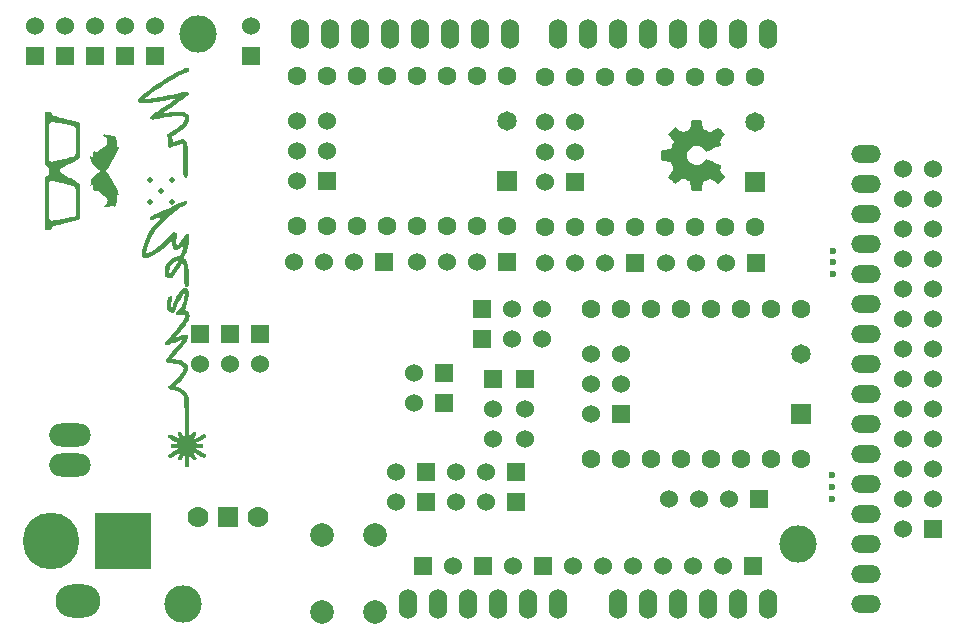
<source format=gbs>
G04 (created by PCBNEW (2014-01-10 BZR 4027)-stable) date Thursday, 14 August 2014 18:29:29*
%MOIN*%
G04 Gerber Fmt 3.4, Leading zero omitted, Abs format*
%FSLAX34Y34*%
G01*
G70*
G90*
G04 APERTURE LIST*
%ADD10C,0.00590551*%
%ADD11C,0.0001*%
%ADD12C,0.189*%
%ADD13R,0.189X0.189*%
%ADD14O,0.14963X0.11026*%
%ADD15O,0.1X0.0590551*%
%ADD16C,0.019685*%
%ADD17R,0.06X0.06*%
%ADD18C,0.06*%
%ADD19R,0.065X0.065*%
%ADD20C,0.065*%
%ADD21O,0.138385X0.0767717*%
%ADD22O,0.06X0.1*%
%ADD23C,0.125*%
%ADD24C,0.0787*%
%ADD25C,0.0629921*%
%ADD26C,0.07*%
%ADD27R,0.07X0.07*%
%ADD28C,0.023622*%
G04 APERTURE END LIST*
G54D10*
G54D11*
G36*
X69628Y-72461D02*
X69650Y-72460D01*
X69666Y-72455D01*
X69678Y-72443D01*
X69687Y-72423D01*
X69693Y-72391D01*
X69697Y-72346D01*
X69699Y-72284D01*
X69701Y-72226D01*
X69706Y-72027D01*
X69746Y-72098D01*
X69780Y-72153D01*
X69807Y-72191D01*
X69830Y-72215D01*
X69852Y-72227D01*
X69867Y-72229D01*
X69895Y-72220D01*
X69921Y-72199D01*
X69937Y-72172D01*
X69940Y-72158D01*
X69935Y-72142D01*
X69922Y-72114D01*
X69902Y-72077D01*
X69887Y-72050D01*
X69865Y-72011D01*
X69848Y-71980D01*
X69839Y-71960D01*
X69837Y-71954D01*
X69847Y-71958D01*
X69872Y-71971D01*
X69909Y-71990D01*
X69955Y-72016D01*
X70002Y-72043D01*
X70056Y-72073D01*
X70105Y-72099D01*
X70145Y-72119D01*
X70174Y-72132D01*
X70187Y-72135D01*
X70213Y-72127D01*
X70239Y-72108D01*
X70257Y-72083D01*
X70262Y-72065D01*
X70255Y-72041D01*
X70244Y-72023D01*
X70229Y-72011D01*
X70200Y-71991D01*
X70158Y-71965D01*
X70109Y-71936D01*
X70059Y-71907D01*
X69893Y-71814D01*
X70009Y-71814D01*
X70072Y-71812D01*
X70117Y-71807D01*
X70147Y-71797D01*
X70164Y-71781D01*
X70171Y-71758D01*
X70172Y-71742D01*
X70169Y-71716D01*
X70160Y-71697D01*
X70140Y-71683D01*
X70108Y-71675D01*
X70059Y-71670D01*
X70021Y-71668D01*
X69905Y-71663D01*
X70055Y-71576D01*
X70107Y-71545D01*
X70154Y-71517D01*
X70192Y-71492D01*
X70219Y-71475D01*
X70228Y-71468D01*
X70247Y-71439D01*
X70250Y-71407D01*
X70239Y-71377D01*
X70215Y-71355D01*
X70183Y-71346D01*
X70165Y-71352D01*
X70133Y-71366D01*
X70090Y-71388D01*
X70040Y-71415D01*
X70007Y-71435D01*
X69956Y-71465D01*
X69910Y-71491D01*
X69874Y-71512D01*
X69849Y-71525D01*
X69841Y-71529D01*
X69839Y-71524D01*
X69847Y-71504D01*
X69863Y-71472D01*
X69878Y-71444D01*
X69907Y-71390D01*
X69923Y-71348D01*
X69927Y-71317D01*
X69918Y-71292D01*
X69898Y-71271D01*
X69897Y-71271D01*
X69870Y-71257D01*
X69846Y-71257D01*
X69821Y-71272D01*
X69793Y-71305D01*
X69761Y-71355D01*
X69758Y-71359D01*
X69736Y-71398D01*
X69717Y-71429D01*
X69704Y-71450D01*
X69700Y-71455D01*
X69699Y-71446D01*
X69698Y-71418D01*
X69696Y-71372D01*
X69695Y-71311D01*
X69693Y-71237D01*
X69692Y-71150D01*
X69691Y-71052D01*
X69689Y-70946D01*
X69688Y-70833D01*
X69688Y-70804D01*
X69687Y-70670D01*
X69686Y-70556D01*
X69685Y-70459D01*
X69684Y-70378D01*
X69682Y-70311D01*
X69681Y-70256D01*
X69679Y-70212D01*
X69677Y-70177D01*
X69675Y-70150D01*
X69673Y-70128D01*
X69669Y-70110D01*
X69666Y-70095D01*
X69661Y-70080D01*
X69660Y-70077D01*
X69626Y-70004D01*
X69574Y-69937D01*
X69503Y-69876D01*
X69416Y-69824D01*
X69318Y-69782D01*
X69281Y-69768D01*
X69252Y-69757D01*
X69236Y-69751D01*
X69235Y-69750D01*
X69241Y-69743D01*
X69259Y-69723D01*
X69287Y-69695D01*
X69324Y-69659D01*
X69343Y-69640D01*
X69443Y-69540D01*
X69523Y-69446D01*
X69585Y-69359D01*
X69627Y-69279D01*
X69650Y-69204D01*
X69655Y-69135D01*
X69642Y-69071D01*
X69615Y-69019D01*
X69569Y-68968D01*
X69503Y-68925D01*
X69419Y-68891D01*
X69316Y-68865D01*
X69226Y-68851D01*
X69120Y-68838D01*
X69282Y-68651D01*
X69362Y-68558D01*
X69429Y-68478D01*
X69485Y-68412D01*
X69531Y-68356D01*
X69567Y-68309D01*
X69597Y-68269D01*
X69619Y-68236D01*
X69633Y-68215D01*
X69660Y-68160D01*
X69670Y-68114D01*
X69662Y-68077D01*
X69644Y-68054D01*
X69629Y-68042D01*
X69612Y-68035D01*
X69588Y-68033D01*
X69549Y-68034D01*
X69543Y-68035D01*
X69499Y-68040D01*
X69454Y-68050D01*
X69401Y-68067D01*
X69351Y-68086D01*
X69307Y-68103D01*
X69272Y-68116D01*
X69249Y-68122D01*
X69241Y-68122D01*
X69241Y-68122D01*
X69251Y-68110D01*
X69271Y-68086D01*
X69298Y-68054D01*
X69322Y-68028D01*
X69419Y-67914D01*
X69502Y-67808D01*
X69573Y-67709D01*
X69630Y-67619D01*
X69672Y-67538D01*
X69700Y-67468D01*
X69711Y-67409D01*
X69712Y-67398D01*
X69703Y-67338D01*
X69676Y-67289D01*
X69634Y-67253D01*
X69579Y-67230D01*
X69553Y-67222D01*
X69539Y-67215D01*
X69537Y-67212D01*
X69543Y-67201D01*
X69555Y-67176D01*
X69573Y-67141D01*
X69584Y-67117D01*
X69636Y-66992D01*
X69669Y-66863D01*
X69683Y-66727D01*
X69684Y-66698D01*
X69683Y-66628D01*
X69678Y-66575D01*
X69668Y-66536D01*
X69650Y-66508D01*
X69626Y-66488D01*
X69610Y-66479D01*
X69565Y-66469D01*
X69517Y-66479D01*
X69468Y-66509D01*
X69415Y-66560D01*
X69361Y-66632D01*
X69304Y-66724D01*
X69252Y-66823D01*
X69225Y-66880D01*
X69196Y-66944D01*
X69169Y-67004D01*
X69156Y-67038D01*
X69139Y-67080D01*
X69124Y-67113D01*
X69114Y-67134D01*
X69109Y-67139D01*
X69098Y-67130D01*
X69092Y-67105D01*
X69092Y-67067D01*
X69095Y-67021D01*
X69103Y-66971D01*
X69115Y-66920D01*
X69121Y-66897D01*
X69134Y-66846D01*
X69137Y-66809D01*
X69127Y-66782D01*
X69107Y-66762D01*
X69074Y-66748D01*
X69043Y-66753D01*
X69015Y-66778D01*
X69004Y-66797D01*
X68980Y-66861D01*
X68962Y-66937D01*
X68951Y-67017D01*
X68949Y-67067D01*
X68950Y-67114D01*
X68954Y-67148D01*
X68963Y-67176D01*
X68975Y-67201D01*
X69014Y-67252D01*
X69065Y-67286D01*
X69118Y-67301D01*
X69149Y-67305D01*
X69175Y-67301D01*
X69196Y-67290D01*
X69215Y-67267D01*
X69234Y-67230D01*
X69256Y-67176D01*
X69266Y-67150D01*
X69297Y-67073D01*
X69333Y-66993D01*
X69371Y-66912D01*
X69409Y-66836D01*
X69446Y-66769D01*
X69479Y-66714D01*
X69496Y-66691D01*
X69540Y-66631D01*
X69543Y-66687D01*
X69542Y-66731D01*
X69535Y-66789D01*
X69523Y-66853D01*
X69507Y-66918D01*
X69490Y-66977D01*
X69483Y-66997D01*
X69447Y-67073D01*
X69398Y-67145D01*
X69343Y-67206D01*
X69314Y-67231D01*
X69273Y-67266D01*
X69252Y-67296D01*
X69247Y-67325D01*
X69254Y-67347D01*
X69279Y-67372D01*
X69316Y-67383D01*
X69361Y-67378D01*
X69402Y-67372D01*
X69447Y-67368D01*
X69490Y-67368D01*
X69528Y-67371D01*
X69553Y-67377D01*
X69562Y-67383D01*
X69564Y-67415D01*
X69551Y-67460D01*
X69524Y-67517D01*
X69483Y-67585D01*
X69428Y-67664D01*
X69362Y-67752D01*
X69283Y-67850D01*
X69192Y-67955D01*
X69092Y-68068D01*
X68991Y-68178D01*
X68950Y-68222D01*
X68922Y-68254D01*
X68905Y-68277D01*
X68895Y-68296D01*
X68892Y-68312D01*
X68892Y-68317D01*
X68900Y-68353D01*
X68924Y-68377D01*
X68957Y-68386D01*
X68978Y-68382D01*
X69016Y-68371D01*
X69067Y-68354D01*
X69128Y-68331D01*
X69198Y-68304D01*
X69274Y-68274D01*
X69346Y-68244D01*
X69390Y-68227D01*
X69426Y-68213D01*
X69451Y-68205D01*
X69460Y-68204D01*
X69461Y-68207D01*
X69458Y-68214D01*
X69450Y-68225D01*
X69437Y-68242D01*
X69417Y-68267D01*
X69388Y-68301D01*
X69350Y-68346D01*
X69302Y-68403D01*
X69242Y-68473D01*
X69197Y-68526D01*
X69124Y-68612D01*
X69064Y-68684D01*
X69016Y-68743D01*
X68978Y-68792D01*
X68951Y-68832D01*
X68933Y-68864D01*
X68924Y-68890D01*
X68921Y-68912D01*
X68925Y-68930D01*
X68934Y-68948D01*
X68942Y-68958D01*
X68951Y-68967D01*
X68963Y-68974D01*
X68981Y-68980D01*
X69009Y-68983D01*
X69051Y-68987D01*
X69110Y-68990D01*
X69111Y-68990D01*
X69226Y-69000D01*
X69322Y-69016D01*
X69398Y-69037D01*
X69455Y-69065D01*
X69494Y-69098D01*
X69504Y-69114D01*
X69511Y-69148D01*
X69503Y-69194D01*
X69481Y-69248D01*
X69464Y-69280D01*
X69438Y-69318D01*
X69400Y-69366D01*
X69352Y-69420D01*
X69297Y-69479D01*
X69239Y-69538D01*
X69180Y-69594D01*
X69124Y-69644D01*
X69098Y-69666D01*
X69052Y-69705D01*
X69021Y-69736D01*
X69004Y-69762D01*
X69000Y-69785D01*
X69005Y-69810D01*
X69005Y-69812D01*
X69011Y-69824D01*
X69021Y-69834D01*
X69037Y-69843D01*
X69064Y-69854D01*
X69103Y-69866D01*
X69158Y-69883D01*
X69170Y-69886D01*
X69274Y-69920D01*
X69358Y-69956D01*
X69423Y-69994D01*
X69472Y-70038D01*
X69506Y-70086D01*
X69511Y-70095D01*
X69536Y-70152D01*
X69541Y-70809D01*
X69547Y-71466D01*
X69496Y-71381D01*
X69467Y-71333D01*
X69446Y-71300D01*
X69430Y-71280D01*
X69416Y-71269D01*
X69402Y-71264D01*
X69386Y-71263D01*
X69353Y-71267D01*
X69332Y-71281D01*
X69318Y-71302D01*
X69311Y-71328D01*
X69316Y-71357D01*
X69335Y-71395D01*
X69342Y-71409D01*
X69371Y-71456D01*
X69393Y-71495D01*
X69409Y-71524D01*
X69415Y-71539D01*
X69414Y-71541D01*
X69336Y-71496D01*
X69263Y-71455D01*
X69198Y-71420D01*
X69143Y-71391D01*
X69100Y-71371D01*
X69070Y-71359D01*
X69060Y-71357D01*
X69026Y-71366D01*
X69001Y-71393D01*
X68992Y-71411D01*
X68989Y-71429D01*
X68994Y-71447D01*
X69009Y-71466D01*
X69035Y-71487D01*
X69075Y-71514D01*
X69130Y-71548D01*
X69171Y-71571D01*
X69228Y-71603D01*
X69273Y-71631D01*
X69305Y-71652D01*
X69322Y-71666D01*
X69324Y-71671D01*
X69308Y-71674D01*
X69278Y-71677D01*
X69237Y-71678D01*
X69212Y-71678D01*
X69163Y-71679D01*
X69131Y-71682D01*
X69111Y-71687D01*
X69099Y-71695D01*
X69097Y-71697D01*
X69080Y-71725D01*
X69078Y-71758D01*
X69082Y-71773D01*
X69092Y-71794D01*
X69113Y-71809D01*
X69147Y-71819D01*
X69196Y-71823D01*
X69242Y-71824D01*
X69343Y-71824D01*
X69182Y-71919D01*
X69129Y-71950D01*
X69083Y-71979D01*
X69045Y-72003D01*
X69019Y-72021D01*
X69009Y-72030D01*
X68996Y-72061D01*
X69001Y-72094D01*
X69021Y-72123D01*
X69023Y-72124D01*
X69047Y-72139D01*
X69066Y-72146D01*
X69067Y-72146D01*
X69079Y-72141D01*
X69107Y-72127D01*
X69144Y-72107D01*
X69190Y-72082D01*
X69239Y-72055D01*
X69290Y-72026D01*
X69336Y-71998D01*
X69377Y-71974D01*
X69398Y-71960D01*
X69423Y-71945D01*
X69401Y-71988D01*
X69383Y-72022D01*
X69360Y-72062D01*
X69348Y-72084D01*
X69326Y-72127D01*
X69318Y-72161D01*
X69324Y-72190D01*
X69333Y-72206D01*
X69356Y-72223D01*
X69388Y-72229D01*
X69420Y-72223D01*
X69435Y-72213D01*
X69447Y-72197D01*
X69466Y-72168D01*
X69488Y-72130D01*
X69501Y-72108D01*
X69550Y-72019D01*
X69556Y-72223D01*
X69558Y-72299D01*
X69561Y-72357D01*
X69565Y-72399D01*
X69571Y-72428D01*
X69580Y-72447D01*
X69593Y-72457D01*
X69611Y-72460D01*
X69628Y-72461D01*
X69628Y-72461D01*
X69628Y-72461D01*
G37*
G36*
X69582Y-62798D02*
X69614Y-62786D01*
X69624Y-62777D01*
X69629Y-62771D01*
X69632Y-62763D01*
X69635Y-62752D01*
X69638Y-62736D01*
X69640Y-62712D01*
X69641Y-62679D01*
X69642Y-62636D01*
X69643Y-62581D01*
X69644Y-62511D01*
X69644Y-62425D01*
X69644Y-62322D01*
X69644Y-62223D01*
X69644Y-62099D01*
X69644Y-61993D01*
X69643Y-61904D01*
X69642Y-61831D01*
X69640Y-61771D01*
X69638Y-61724D01*
X69634Y-61686D01*
X69629Y-61657D01*
X69623Y-61634D01*
X69616Y-61616D01*
X69606Y-61602D01*
X69595Y-61588D01*
X69583Y-61575D01*
X69539Y-61542D01*
X69489Y-61527D01*
X69448Y-61528D01*
X69403Y-61538D01*
X69346Y-61553D01*
X69286Y-61572D01*
X69229Y-61593D01*
X69215Y-61598D01*
X69151Y-61623D01*
X69150Y-61585D01*
X69148Y-61553D01*
X69141Y-61512D01*
X69136Y-61488D01*
X69122Y-61428D01*
X69217Y-61369D01*
X69345Y-61283D01*
X69454Y-61201D01*
X69542Y-61122D01*
X69609Y-61046D01*
X69657Y-60975D01*
X69664Y-60961D01*
X69682Y-60918D01*
X69692Y-60882D01*
X69695Y-60841D01*
X69696Y-60815D01*
X69695Y-60770D01*
X69690Y-60740D01*
X69681Y-60717D01*
X69672Y-60704D01*
X69637Y-60670D01*
X69585Y-60641D01*
X69521Y-60621D01*
X69504Y-60617D01*
X69441Y-60610D01*
X69361Y-60606D01*
X69269Y-60608D01*
X69168Y-60614D01*
X69064Y-60624D01*
X68958Y-60638D01*
X68866Y-60653D01*
X68829Y-60660D01*
X68810Y-60662D01*
X68805Y-60660D01*
X68813Y-60654D01*
X68819Y-60650D01*
X68871Y-60615D01*
X68932Y-60573D01*
X69000Y-60526D01*
X69073Y-60475D01*
X69148Y-60420D01*
X69226Y-60365D01*
X69304Y-60310D01*
X69378Y-60255D01*
X69449Y-60204D01*
X69513Y-60156D01*
X69569Y-60114D01*
X69615Y-60079D01*
X69649Y-60052D01*
X69669Y-60035D01*
X69674Y-60030D01*
X69679Y-59993D01*
X69667Y-59961D01*
X69642Y-59939D01*
X69610Y-59932D01*
X69591Y-59934D01*
X69556Y-59940D01*
X69508Y-59950D01*
X69450Y-59962D01*
X69387Y-59976D01*
X69379Y-59978D01*
X69256Y-60005D01*
X69130Y-60032D01*
X69006Y-60057D01*
X68881Y-60081D01*
X68761Y-60104D01*
X68647Y-60124D01*
X68541Y-60142D01*
X68446Y-60157D01*
X68364Y-60169D01*
X68296Y-60177D01*
X68246Y-60181D01*
X68232Y-60181D01*
X68180Y-60181D01*
X68206Y-60160D01*
X68285Y-60099D01*
X68378Y-60031D01*
X68480Y-59959D01*
X68591Y-59884D01*
X68708Y-59807D01*
X68828Y-59730D01*
X68948Y-59654D01*
X69068Y-59581D01*
X69182Y-59512D01*
X69291Y-59449D01*
X69391Y-59394D01*
X69480Y-59348D01*
X69555Y-59311D01*
X69574Y-59303D01*
X69615Y-59285D01*
X69651Y-59267D01*
X69676Y-59253D01*
X69683Y-59248D01*
X69698Y-59223D01*
X69699Y-59190D01*
X69686Y-59159D01*
X69679Y-59152D01*
X69660Y-59138D01*
X69635Y-59134D01*
X69602Y-59139D01*
X69558Y-59153D01*
X69501Y-59177D01*
X69448Y-59203D01*
X69347Y-59255D01*
X69238Y-59314D01*
X69121Y-59380D01*
X69002Y-59451D01*
X68880Y-59525D01*
X68757Y-59601D01*
X68637Y-59678D01*
X68522Y-59755D01*
X68413Y-59829D01*
X68314Y-59899D01*
X68225Y-59965D01*
X68150Y-60023D01*
X68091Y-60075D01*
X68078Y-60087D01*
X68032Y-60134D01*
X68002Y-60173D01*
X67987Y-60206D01*
X67984Y-60238D01*
X67985Y-60245D01*
X67996Y-60273D01*
X68018Y-60295D01*
X68051Y-60312D01*
X68098Y-60322D01*
X68158Y-60327D01*
X68234Y-60326D01*
X68325Y-60319D01*
X68434Y-60306D01*
X68560Y-60288D01*
X68679Y-60269D01*
X68760Y-60255D01*
X68850Y-60238D01*
X68941Y-60221D01*
X69025Y-60205D01*
X69083Y-60192D01*
X69148Y-60179D01*
X69195Y-60169D01*
X69227Y-60164D01*
X69245Y-60162D01*
X69251Y-60164D01*
X69249Y-60169D01*
X69244Y-60172D01*
X69220Y-60190D01*
X69182Y-60218D01*
X69133Y-60254D01*
X69074Y-60295D01*
X69008Y-60341D01*
X68938Y-60390D01*
X68867Y-60439D01*
X68797Y-60486D01*
X68732Y-60531D01*
X68672Y-60570D01*
X68623Y-60603D01*
X68585Y-60628D01*
X68580Y-60630D01*
X68532Y-60661D01*
X68488Y-60690D01*
X68453Y-60715D01*
X68430Y-60733D01*
X68425Y-60737D01*
X68405Y-60769D01*
X68401Y-60806D01*
X68414Y-60840D01*
X68419Y-60845D01*
X68432Y-60856D01*
X68450Y-60863D01*
X68476Y-60865D01*
X68511Y-60864D01*
X68559Y-60858D01*
X68621Y-60848D01*
X68700Y-60834D01*
X68744Y-60825D01*
X68818Y-60811D01*
X68894Y-60797D01*
X68966Y-60785D01*
X69029Y-60774D01*
X69075Y-60768D01*
X69140Y-60761D01*
X69214Y-60756D01*
X69288Y-60754D01*
X69360Y-60754D01*
X69424Y-60756D01*
X69476Y-60761D01*
X69504Y-60766D01*
X69533Y-60775D01*
X69547Y-60786D01*
X69553Y-60804D01*
X69554Y-60813D01*
X69548Y-60863D01*
X69523Y-60917D01*
X69479Y-60977D01*
X69417Y-61041D01*
X69337Y-61109D01*
X69239Y-61180D01*
X69124Y-61255D01*
X69082Y-61280D01*
X69026Y-61314D01*
X68987Y-61341D01*
X68963Y-61363D01*
X68952Y-61385D01*
X68953Y-61407D01*
X68962Y-61434D01*
X68972Y-61452D01*
X68984Y-61476D01*
X68992Y-61496D01*
X68997Y-61519D01*
X68999Y-61549D01*
X69000Y-61590D01*
X68999Y-61635D01*
X68999Y-61696D01*
X69001Y-61742D01*
X69009Y-61774D01*
X69025Y-61793D01*
X69049Y-61800D01*
X69085Y-61796D01*
X69135Y-61781D01*
X69201Y-61758D01*
X69240Y-61743D01*
X69305Y-61720D01*
X69363Y-61701D01*
X69408Y-61689D01*
X69439Y-61683D01*
X69441Y-61683D01*
X69470Y-61683D01*
X69484Y-61689D01*
X69492Y-61705D01*
X69495Y-61724D01*
X69497Y-61742D01*
X69498Y-61779D01*
X69499Y-61833D01*
X69501Y-61900D01*
X69501Y-61979D01*
X69502Y-62068D01*
X69502Y-62165D01*
X69502Y-62261D01*
X69502Y-62376D01*
X69502Y-62472D01*
X69502Y-62550D01*
X69502Y-62613D01*
X69503Y-62663D01*
X69504Y-62701D01*
X69506Y-62729D01*
X69508Y-62748D01*
X69511Y-62762D01*
X69514Y-62771D01*
X69518Y-62777D01*
X69519Y-62778D01*
X69547Y-62795D01*
X69582Y-62798D01*
X69582Y-62798D01*
X69582Y-62798D01*
G37*
G36*
X69587Y-66441D02*
X69621Y-66441D01*
X69652Y-66423D01*
X69660Y-66415D01*
X69666Y-66406D01*
X69672Y-66397D01*
X69675Y-66384D01*
X69678Y-66366D01*
X69679Y-66340D01*
X69680Y-66304D01*
X69680Y-66254D01*
X69679Y-66190D01*
X69677Y-66107D01*
X69677Y-66085D01*
X69675Y-65981D01*
X69672Y-65896D01*
X69668Y-65826D01*
X69663Y-65769D01*
X69656Y-65721D01*
X69648Y-65680D01*
X69637Y-65643D01*
X69623Y-65608D01*
X69618Y-65595D01*
X69598Y-65557D01*
X69574Y-65518D01*
X69565Y-65507D01*
X69533Y-65467D01*
X69561Y-65394D01*
X69606Y-65265D01*
X69643Y-65131D01*
X69673Y-64997D01*
X69692Y-64872D01*
X69698Y-64807D01*
X69700Y-64762D01*
X69700Y-64732D01*
X69697Y-64713D01*
X69690Y-64700D01*
X69682Y-64691D01*
X69655Y-64674D01*
X69622Y-64668D01*
X69594Y-64675D01*
X69591Y-64676D01*
X69582Y-64687D01*
X69563Y-64712D01*
X69538Y-64748D01*
X69508Y-64791D01*
X69496Y-64809D01*
X69459Y-64861D01*
X69421Y-64913D01*
X69383Y-64961D01*
X69348Y-65003D01*
X69319Y-65036D01*
X69297Y-65057D01*
X69286Y-65063D01*
X69278Y-65053D01*
X69273Y-65026D01*
X69270Y-64985D01*
X69269Y-64932D01*
X69270Y-64873D01*
X69274Y-64808D01*
X69275Y-64798D01*
X69279Y-64742D01*
X69281Y-64703D01*
X69281Y-64677D01*
X69278Y-64659D01*
X69273Y-64646D01*
X69266Y-64637D01*
X69237Y-64614D01*
X69213Y-64608D01*
X69195Y-64608D01*
X69178Y-64614D01*
X69158Y-64629D01*
X69130Y-64655D01*
X69116Y-64670D01*
X69061Y-64726D01*
X68998Y-64788D01*
X68931Y-64853D01*
X68861Y-64920D01*
X68793Y-64983D01*
X68729Y-65041D01*
X68673Y-65092D01*
X68627Y-65130D01*
X68618Y-65138D01*
X68519Y-65210D01*
X68412Y-65271D01*
X68389Y-65283D01*
X68264Y-65345D01*
X68260Y-65308D01*
X68262Y-65265D01*
X68272Y-65208D01*
X68290Y-65140D01*
X68314Y-65065D01*
X68343Y-64985D01*
X68376Y-64906D01*
X68412Y-64829D01*
X68421Y-64811D01*
X68516Y-64649D01*
X68630Y-64490D01*
X68761Y-64335D01*
X68909Y-64186D01*
X69072Y-64046D01*
X69247Y-63914D01*
X69435Y-63793D01*
X69512Y-63749D01*
X69564Y-63718D01*
X69599Y-63693D01*
X69620Y-63671D01*
X69628Y-63650D01*
X69626Y-63625D01*
X69622Y-63610D01*
X69610Y-63586D01*
X69592Y-63574D01*
X69565Y-63572D01*
X69528Y-63581D01*
X69477Y-63601D01*
X69444Y-63616D01*
X69298Y-63685D01*
X69168Y-63746D01*
X69055Y-63799D01*
X68955Y-63846D01*
X68866Y-63887D01*
X68788Y-63922D01*
X68718Y-63954D01*
X68654Y-63982D01*
X68603Y-64004D01*
X68543Y-64031D01*
X68489Y-64055D01*
X68445Y-64076D01*
X68413Y-64093D01*
X68397Y-64103D01*
X68396Y-64105D01*
X68384Y-64135D01*
X68386Y-64167D01*
X68401Y-64197D01*
X68425Y-64217D01*
X68446Y-64222D01*
X68463Y-64217D01*
X68496Y-64206D01*
X68543Y-64187D01*
X68601Y-64164D01*
X68668Y-64135D01*
X68742Y-64103D01*
X68793Y-64080D01*
X68790Y-64086D01*
X68775Y-64103D01*
X68750Y-64131D01*
X68718Y-64165D01*
X68706Y-64177D01*
X68560Y-64341D01*
X68434Y-64507D01*
X68328Y-64676D01*
X68241Y-64849D01*
X68174Y-65027D01*
X68140Y-65145D01*
X68121Y-65239D01*
X68113Y-65316D01*
X68119Y-65379D01*
X68137Y-65427D01*
X68168Y-65462D01*
X68177Y-65468D01*
X68206Y-65482D01*
X68239Y-65487D01*
X68278Y-65483D01*
X68326Y-65469D01*
X68385Y-65444D01*
X68443Y-65417D01*
X68508Y-65383D01*
X68568Y-65349D01*
X68626Y-65313D01*
X68684Y-65271D01*
X68745Y-65223D01*
X68811Y-65166D01*
X68886Y-65098D01*
X68972Y-65017D01*
X68987Y-65002D01*
X69117Y-64877D01*
X69122Y-64963D01*
X69132Y-65046D01*
X69147Y-65112D01*
X69169Y-65160D01*
X69199Y-65193D01*
X69237Y-65211D01*
X69250Y-65214D01*
X69292Y-65213D01*
X69341Y-65194D01*
X69392Y-65162D01*
X69442Y-65117D01*
X69454Y-65104D01*
X69479Y-65076D01*
X69500Y-65055D01*
X69511Y-65047D01*
X69512Y-65047D01*
X69511Y-65059D01*
X69506Y-65086D01*
X69495Y-65125D01*
X69483Y-65171D01*
X69468Y-65221D01*
X69452Y-65270D01*
X69437Y-65313D01*
X69430Y-65332D01*
X69399Y-65413D01*
X69335Y-65424D01*
X69229Y-65451D01*
X69134Y-65496D01*
X69054Y-65556D01*
X68987Y-65631D01*
X68933Y-65720D01*
X68896Y-65822D01*
X68886Y-65864D01*
X68875Y-65945D01*
X68880Y-66017D01*
X68899Y-66078D01*
X68933Y-66125D01*
X68939Y-66131D01*
X68983Y-66158D01*
X69030Y-66164D01*
X69079Y-66150D01*
X69107Y-66133D01*
X69143Y-66100D01*
X69187Y-66052D01*
X69219Y-66012D01*
X69030Y-66012D01*
X69023Y-65981D01*
X69021Y-65942D01*
X69028Y-65891D01*
X69042Y-65836D01*
X69063Y-65783D01*
X69103Y-65717D01*
X69159Y-65659D01*
X69226Y-65611D01*
X69300Y-65579D01*
X69305Y-65577D01*
X69316Y-65575D01*
X69321Y-65578D01*
X69318Y-65590D01*
X69306Y-65614D01*
X69286Y-65651D01*
X69258Y-65700D01*
X69225Y-65755D01*
X69192Y-65806D01*
X69186Y-65815D01*
X69154Y-65861D01*
X69120Y-65907D01*
X69088Y-65947D01*
X69080Y-65956D01*
X69030Y-66012D01*
X69219Y-66012D01*
X69235Y-65992D01*
X69286Y-65924D01*
X69335Y-65850D01*
X69382Y-65776D01*
X69423Y-65701D01*
X69431Y-65686D01*
X69449Y-65652D01*
X69460Y-65634D01*
X69469Y-65630D01*
X69476Y-65636D01*
X69478Y-65638D01*
X69492Y-65662D01*
X69502Y-65694D01*
X69512Y-65737D01*
X69519Y-65793D01*
X69524Y-65862D01*
X69528Y-65948D01*
X69531Y-66052D01*
X69532Y-66105D01*
X69534Y-66192D01*
X69536Y-66261D01*
X69537Y-66314D01*
X69539Y-66353D01*
X69542Y-66381D01*
X69545Y-66400D01*
X69549Y-66413D01*
X69554Y-66421D01*
X69557Y-66424D01*
X69587Y-66441D01*
X69587Y-66441D01*
X69587Y-66441D01*
G37*
G36*
X66870Y-63796D02*
X66920Y-63793D01*
X66978Y-63786D01*
X67037Y-63776D01*
X67091Y-63763D01*
X67133Y-63747D01*
X67151Y-63738D01*
X67173Y-63726D01*
X67180Y-63730D01*
X67181Y-63744D01*
X67186Y-63766D01*
X67200Y-63768D01*
X67218Y-63753D01*
X67239Y-63725D01*
X67258Y-63687D01*
X67271Y-63650D01*
X67279Y-63605D01*
X67283Y-63543D01*
X67283Y-63474D01*
X67282Y-63423D01*
X67283Y-63382D01*
X67287Y-63359D01*
X67289Y-63356D01*
X67308Y-63362D01*
X67324Y-63370D01*
X67340Y-63376D01*
X67347Y-63374D01*
X67347Y-63358D01*
X67338Y-63327D01*
X67320Y-63276D01*
X67310Y-63250D01*
X67284Y-63188D01*
X67247Y-63116D01*
X67206Y-63045D01*
X67190Y-63020D01*
X67150Y-62955D01*
X67108Y-62883D01*
X67073Y-62814D01*
X67058Y-62783D01*
X67023Y-62712D01*
X66989Y-62658D01*
X66965Y-62631D01*
X66939Y-62604D01*
X66924Y-62582D01*
X66922Y-62578D01*
X66932Y-62560D01*
X66955Y-62535D01*
X66965Y-62527D01*
X66994Y-62496D01*
X67024Y-62449D01*
X67056Y-62381D01*
X67063Y-62367D01*
X67092Y-62304D01*
X67127Y-62238D01*
X67160Y-62182D01*
X67173Y-62162D01*
X67260Y-62021D01*
X67323Y-61876D01*
X67326Y-61870D01*
X67341Y-61822D01*
X67348Y-61795D01*
X67345Y-61784D01*
X67333Y-61786D01*
X67324Y-61790D01*
X67300Y-61801D01*
X67289Y-61804D01*
X67285Y-61792D01*
X67282Y-61759D01*
X67282Y-61713D01*
X67283Y-61681D01*
X67281Y-61576D01*
X67266Y-61493D01*
X67237Y-61431D01*
X67213Y-61402D01*
X67181Y-61372D01*
X67181Y-61400D01*
X67175Y-61423D01*
X67160Y-61427D01*
X67150Y-61416D01*
X67132Y-61406D01*
X67094Y-61394D01*
X67044Y-61383D01*
X66988Y-61373D01*
X66932Y-61367D01*
X66883Y-61364D01*
X66881Y-61364D01*
X66838Y-61366D01*
X66817Y-61368D01*
X66816Y-61374D01*
X66824Y-61380D01*
X66893Y-61433D01*
X66941Y-61491D01*
X66967Y-61552D01*
X66971Y-61613D01*
X66952Y-61672D01*
X66920Y-61714D01*
X66894Y-61736D01*
X66851Y-61769D01*
X66798Y-61807D01*
X66740Y-61847D01*
X66729Y-61855D01*
X66661Y-61900D01*
X66612Y-61933D01*
X66579Y-61954D01*
X66558Y-61964D01*
X66548Y-61966D01*
X66546Y-61961D01*
X66548Y-61949D01*
X66551Y-61935D01*
X66553Y-61904D01*
X66544Y-61896D01*
X66525Y-61910D01*
X66511Y-61929D01*
X66497Y-61965D01*
X66487Y-62021D01*
X66482Y-62081D01*
X66475Y-62199D01*
X66440Y-62128D01*
X66405Y-62056D01*
X66405Y-62124D01*
X66416Y-62219D01*
X66452Y-62308D01*
X66513Y-62392D01*
X66539Y-62419D01*
X66588Y-62462D01*
X66642Y-62503D01*
X66690Y-62534D01*
X66694Y-62537D01*
X66770Y-62577D01*
X66694Y-62619D01*
X66647Y-62650D01*
X66593Y-62692D01*
X66544Y-62736D01*
X66539Y-62741D01*
X66470Y-62824D01*
X66426Y-62911D01*
X66407Y-63002D01*
X66405Y-63036D01*
X66406Y-63075D01*
X66408Y-63090D01*
X66414Y-63084D01*
X66422Y-63064D01*
X66440Y-63024D01*
X66459Y-62992D01*
X66470Y-62978D01*
X66476Y-62976D01*
X66480Y-62990D01*
X66481Y-63024D01*
X66482Y-63059D01*
X66488Y-63140D01*
X66504Y-63202D01*
X66508Y-63211D01*
X66528Y-63249D01*
X66543Y-63264D01*
X66552Y-63257D01*
X66552Y-63226D01*
X66551Y-63217D01*
X66546Y-63187D01*
X66549Y-63177D01*
X66562Y-63185D01*
X66567Y-63190D01*
X66588Y-63206D01*
X66625Y-63232D01*
X66672Y-63264D01*
X66715Y-63292D01*
X66802Y-63352D01*
X66869Y-63401D01*
X66917Y-63444D01*
X66950Y-63483D01*
X66967Y-63520D01*
X66973Y-63559D01*
X66970Y-63602D01*
X66969Y-63608D01*
X66949Y-63659D01*
X66912Y-63708D01*
X66866Y-63746D01*
X66845Y-63758D01*
X66821Y-63772D01*
X66813Y-63784D01*
X66813Y-63785D01*
X66832Y-63794D01*
X66870Y-63796D01*
X66870Y-63796D01*
X66870Y-63796D01*
G37*
G36*
X65084Y-64549D02*
X65110Y-64496D01*
X65133Y-64460D01*
X65158Y-64432D01*
X65166Y-64426D01*
X65185Y-64419D01*
X65226Y-64406D01*
X65287Y-64390D01*
X65362Y-64369D01*
X65449Y-64346D01*
X65545Y-64322D01*
X65598Y-64308D01*
X65717Y-64279D01*
X65813Y-64254D01*
X65875Y-64237D01*
X65104Y-64237D01*
X65102Y-64237D01*
X65081Y-64228D01*
X65053Y-64207D01*
X65045Y-64199D01*
X65007Y-64161D01*
X65007Y-63573D01*
X65007Y-63434D01*
X65007Y-63319D01*
X65008Y-63225D01*
X65008Y-63150D01*
X65010Y-63091D01*
X65011Y-63046D01*
X65014Y-63014D01*
X65017Y-62990D01*
X65020Y-62974D01*
X65025Y-62963D01*
X65031Y-62954D01*
X65034Y-62950D01*
X65067Y-62922D01*
X65102Y-62916D01*
X65131Y-62919D01*
X65180Y-62928D01*
X65245Y-62941D01*
X65321Y-62957D01*
X65404Y-62976D01*
X65490Y-62996D01*
X65576Y-63017D01*
X65657Y-63038D01*
X65729Y-63056D01*
X65787Y-63073D01*
X65829Y-63086D01*
X65849Y-63095D01*
X65869Y-63111D01*
X65886Y-63128D01*
X65899Y-63149D01*
X65909Y-63176D01*
X65916Y-63213D01*
X65921Y-63263D01*
X65924Y-63327D01*
X65926Y-63410D01*
X65926Y-63513D01*
X65926Y-63600D01*
X65926Y-63715D01*
X65926Y-63807D01*
X65924Y-63879D01*
X65922Y-63934D01*
X65920Y-63974D01*
X65916Y-64003D01*
X65911Y-64024D01*
X65906Y-64037D01*
X65882Y-64073D01*
X65854Y-64101D01*
X65852Y-64101D01*
X65833Y-64108D01*
X65793Y-64118D01*
X65735Y-64130D01*
X65664Y-64144D01*
X65583Y-64160D01*
X65498Y-64175D01*
X65411Y-64191D01*
X65327Y-64205D01*
X65251Y-64217D01*
X65185Y-64228D01*
X65135Y-64234D01*
X65104Y-64237D01*
X65875Y-64237D01*
X65889Y-64233D01*
X65946Y-64216D01*
X65990Y-64200D01*
X66020Y-64186D01*
X66040Y-64171D01*
X66053Y-64156D01*
X66060Y-64139D01*
X66063Y-64130D01*
X66064Y-64111D01*
X66065Y-64069D01*
X66066Y-64007D01*
X66067Y-63928D01*
X66067Y-63834D01*
X66067Y-63730D01*
X66067Y-63617D01*
X66066Y-63577D01*
X66065Y-63446D01*
X66064Y-63339D01*
X66063Y-63253D01*
X66062Y-63185D01*
X66060Y-63133D01*
X66058Y-63095D01*
X66054Y-63067D01*
X66051Y-63046D01*
X66046Y-63032D01*
X66040Y-63021D01*
X66034Y-63013D01*
X66014Y-62994D01*
X65977Y-62966D01*
X65920Y-62930D01*
X65843Y-62884D01*
X65745Y-62828D01*
X65694Y-62800D01*
X65381Y-62628D01*
X65385Y-62577D01*
X65389Y-62526D01*
X65680Y-62364D01*
X65778Y-62310D01*
X65848Y-62270D01*
X65108Y-62270D01*
X65068Y-62259D01*
X65039Y-62238D01*
X65007Y-62206D01*
X65007Y-61616D01*
X65007Y-61025D01*
X65045Y-60987D01*
X65074Y-60963D01*
X65101Y-60950D01*
X65106Y-60950D01*
X65137Y-60952D01*
X65187Y-60958D01*
X65252Y-60968D01*
X65329Y-60981D01*
X65413Y-60995D01*
X65499Y-61010D01*
X65585Y-61026D01*
X65665Y-61042D01*
X65736Y-61056D01*
X65793Y-61068D01*
X65833Y-61078D01*
X65852Y-61084D01*
X65872Y-61098D01*
X65887Y-61113D01*
X65900Y-61133D01*
X65909Y-61160D01*
X65916Y-61197D01*
X65921Y-61246D01*
X65924Y-61310D01*
X65925Y-61393D01*
X65926Y-61498D01*
X65926Y-61584D01*
X65926Y-61697D01*
X65926Y-61788D01*
X65925Y-61858D01*
X65923Y-61912D01*
X65920Y-61952D01*
X65917Y-61981D01*
X65912Y-62002D01*
X65906Y-62018D01*
X65904Y-62023D01*
X65880Y-62060D01*
X65851Y-62089D01*
X65849Y-62091D01*
X65828Y-62099D01*
X65786Y-62112D01*
X65728Y-62129D01*
X65656Y-62148D01*
X65576Y-62169D01*
X65490Y-62190D01*
X65404Y-62210D01*
X65322Y-62229D01*
X65247Y-62245D01*
X65183Y-62259D01*
X65135Y-62267D01*
X65108Y-62270D01*
X65848Y-62270D01*
X65856Y-62265D01*
X65916Y-62230D01*
X65961Y-62201D01*
X65994Y-62178D01*
X66018Y-62158D01*
X66034Y-62138D01*
X66047Y-62119D01*
X66051Y-62112D01*
X66056Y-62089D01*
X66060Y-62044D01*
X66064Y-61981D01*
X66067Y-61902D01*
X66068Y-61811D01*
X66070Y-61712D01*
X66071Y-61608D01*
X66071Y-61501D01*
X66070Y-61397D01*
X66068Y-61297D01*
X66067Y-61206D01*
X66063Y-61127D01*
X66060Y-61063D01*
X66056Y-61017D01*
X66051Y-60994D01*
X66050Y-60993D01*
X66041Y-60982D01*
X66030Y-60972D01*
X66014Y-60962D01*
X65991Y-60952D01*
X65957Y-60941D01*
X65910Y-60927D01*
X65848Y-60911D01*
X65768Y-60890D01*
X65667Y-60865D01*
X65590Y-60846D01*
X65494Y-60822D01*
X65405Y-60799D01*
X65327Y-60779D01*
X65262Y-60762D01*
X65214Y-60749D01*
X65188Y-60741D01*
X65185Y-60740D01*
X65156Y-60720D01*
X65126Y-60685D01*
X65115Y-60669D01*
X65082Y-60613D01*
X64980Y-60613D01*
X64878Y-60613D01*
X64878Y-61461D01*
X64878Y-61635D01*
X64878Y-61784D01*
X64878Y-61911D01*
X64878Y-62018D01*
X64880Y-62108D01*
X64882Y-62181D01*
X64885Y-62239D01*
X64889Y-62286D01*
X64895Y-62321D01*
X64902Y-62349D01*
X64911Y-62370D01*
X64921Y-62386D01*
X64935Y-62400D01*
X64950Y-62413D01*
X64968Y-62427D01*
X64975Y-62432D01*
X65033Y-62480D01*
X65033Y-62580D01*
X65033Y-62682D01*
X64976Y-62722D01*
X64957Y-62736D01*
X64940Y-62748D01*
X64927Y-62761D01*
X64914Y-62776D01*
X64905Y-62797D01*
X64897Y-62823D01*
X64891Y-62858D01*
X64886Y-62902D01*
X64883Y-62959D01*
X64881Y-63030D01*
X64880Y-63117D01*
X64879Y-63222D01*
X64879Y-63347D01*
X64880Y-63493D01*
X64880Y-63664D01*
X64881Y-63700D01*
X64884Y-64541D01*
X64984Y-64545D01*
X65084Y-64549D01*
X65084Y-64549D01*
X65084Y-64549D01*
G37*
G36*
X87551Y-61344D02*
X87544Y-61357D01*
X87527Y-61384D01*
X87501Y-61424D01*
X87470Y-61470D01*
X87438Y-61517D01*
X87412Y-61556D01*
X87395Y-61583D01*
X87389Y-61594D01*
X87391Y-61600D01*
X87402Y-61622D01*
X87419Y-61654D01*
X87428Y-61673D01*
X87441Y-61703D01*
X87444Y-61717D01*
X87440Y-61720D01*
X87417Y-61731D01*
X87378Y-61748D01*
X87327Y-61770D01*
X87267Y-61796D01*
X87202Y-61823D01*
X87136Y-61850D01*
X87074Y-61876D01*
X87017Y-61900D01*
X86971Y-61918D01*
X86939Y-61930D01*
X86925Y-61935D01*
X86922Y-61933D01*
X86908Y-61919D01*
X86889Y-61893D01*
X86843Y-61837D01*
X86774Y-61782D01*
X86696Y-61748D01*
X86609Y-61737D01*
X86529Y-61746D01*
X86452Y-61778D01*
X86382Y-61832D01*
X86330Y-61898D01*
X86298Y-61974D01*
X86287Y-62060D01*
X86296Y-62142D01*
X86327Y-62221D01*
X86380Y-62291D01*
X86414Y-62320D01*
X86485Y-62361D01*
X86560Y-62384D01*
X86579Y-62386D01*
X86662Y-62383D01*
X86742Y-62358D01*
X86813Y-62315D01*
X86871Y-62254D01*
X86877Y-62246D01*
X86898Y-62218D01*
X86912Y-62199D01*
X86924Y-62184D01*
X87179Y-62290D01*
X87219Y-62307D01*
X87288Y-62336D01*
X87348Y-62361D01*
X87396Y-62382D01*
X87428Y-62396D01*
X87441Y-62402D01*
X87441Y-62403D01*
X87443Y-62412D01*
X87436Y-62431D01*
X87419Y-62467D01*
X87407Y-62490D01*
X87394Y-62517D01*
X87389Y-62529D01*
X87394Y-62540D01*
X87411Y-62566D01*
X87437Y-62603D01*
X87467Y-62649D01*
X87497Y-62692D01*
X87523Y-62732D01*
X87542Y-62761D01*
X87549Y-62775D01*
X87549Y-62777D01*
X87542Y-62790D01*
X87523Y-62813D01*
X87490Y-62847D01*
X87442Y-62896D01*
X87435Y-62904D01*
X87394Y-62944D01*
X87359Y-62977D01*
X87335Y-62999D01*
X87324Y-63007D01*
X87324Y-63007D01*
X87310Y-62999D01*
X87281Y-62981D01*
X87241Y-62955D01*
X87193Y-62923D01*
X87071Y-62838D01*
X86956Y-62885D01*
X86920Y-62899D01*
X86877Y-62917D01*
X86847Y-62930D01*
X86833Y-62937D01*
X86829Y-62950D01*
X86821Y-62981D01*
X86812Y-63027D01*
X86802Y-63082D01*
X86792Y-63134D01*
X86783Y-63181D01*
X86777Y-63215D01*
X86774Y-63230D01*
X86771Y-63234D01*
X86764Y-63237D01*
X86748Y-63239D01*
X86719Y-63240D01*
X86674Y-63241D01*
X86609Y-63241D01*
X86602Y-63241D01*
X86540Y-63240D01*
X86491Y-63239D01*
X86459Y-63237D01*
X86446Y-63235D01*
X86446Y-63235D01*
X86442Y-63220D01*
X86435Y-63187D01*
X86426Y-63140D01*
X86415Y-63084D01*
X86415Y-63080D01*
X86404Y-63024D01*
X86394Y-62978D01*
X86387Y-62945D01*
X86382Y-62931D01*
X86378Y-62928D01*
X86356Y-62917D01*
X86322Y-62901D01*
X86280Y-62882D01*
X86236Y-62864D01*
X86196Y-62848D01*
X86167Y-62838D01*
X86153Y-62835D01*
X86153Y-62835D01*
X86140Y-62843D01*
X86111Y-62862D01*
X86071Y-62890D01*
X86023Y-62922D01*
X86019Y-62925D01*
X85972Y-62957D01*
X85932Y-62983D01*
X85904Y-63000D01*
X85891Y-63007D01*
X85890Y-63007D01*
X85876Y-62996D01*
X85849Y-62972D01*
X85813Y-62937D01*
X85772Y-62896D01*
X85759Y-62883D01*
X85714Y-62837D01*
X85685Y-62805D01*
X85669Y-62785D01*
X85665Y-62776D01*
X85666Y-62775D01*
X85674Y-62761D01*
X85694Y-62731D01*
X85721Y-62691D01*
X85754Y-62643D01*
X85756Y-62640D01*
X85788Y-62592D01*
X85815Y-62553D01*
X85833Y-62525D01*
X85840Y-62513D01*
X85840Y-62511D01*
X85835Y-62492D01*
X85823Y-62458D01*
X85807Y-62417D01*
X85790Y-62373D01*
X85773Y-62333D01*
X85759Y-62304D01*
X85751Y-62290D01*
X85751Y-62289D01*
X85734Y-62284D01*
X85698Y-62276D01*
X85650Y-62266D01*
X85592Y-62255D01*
X85583Y-62253D01*
X85526Y-62243D01*
X85480Y-62234D01*
X85448Y-62227D01*
X85434Y-62224D01*
X85433Y-62216D01*
X85431Y-62188D01*
X85429Y-62146D01*
X85429Y-62095D01*
X85429Y-62042D01*
X85430Y-61990D01*
X85432Y-61946D01*
X85434Y-61914D01*
X85437Y-61900D01*
X85438Y-61900D01*
X85455Y-61895D01*
X85490Y-61887D01*
X85539Y-61877D01*
X85597Y-61866D01*
X85608Y-61864D01*
X85664Y-61854D01*
X85710Y-61844D01*
X85741Y-61837D01*
X85754Y-61834D01*
X85756Y-61829D01*
X85767Y-61806D01*
X85782Y-61768D01*
X85801Y-61721D01*
X85845Y-61613D01*
X85754Y-61481D01*
X85746Y-61469D01*
X85713Y-61421D01*
X85687Y-61382D01*
X85670Y-61354D01*
X85663Y-61343D01*
X85664Y-61342D01*
X85675Y-61329D01*
X85700Y-61303D01*
X85735Y-61267D01*
X85776Y-61225D01*
X85807Y-61194D01*
X85844Y-61158D01*
X85869Y-61135D01*
X85885Y-61122D01*
X85895Y-61117D01*
X85902Y-61119D01*
X85915Y-61127D01*
X85944Y-61147D01*
X85985Y-61174D01*
X86031Y-61206D01*
X86071Y-61233D01*
X86115Y-61262D01*
X86147Y-61280D01*
X86162Y-61287D01*
X86169Y-61285D01*
X86195Y-61276D01*
X86234Y-61260D01*
X86281Y-61240D01*
X86386Y-61194D01*
X86399Y-61125D01*
X86407Y-61084D01*
X86418Y-61025D01*
X86429Y-60969D01*
X86446Y-60882D01*
X86765Y-60879D01*
X86771Y-60893D01*
X86775Y-60906D01*
X86782Y-60938D01*
X86791Y-60984D01*
X86801Y-61038D01*
X86810Y-61085D01*
X86819Y-61131D01*
X86825Y-61165D01*
X86828Y-61180D01*
X86833Y-61183D01*
X86856Y-61195D01*
X86892Y-61212D01*
X86935Y-61230D01*
X86980Y-61249D01*
X87021Y-61265D01*
X87053Y-61277D01*
X87069Y-61281D01*
X87081Y-61275D01*
X87109Y-61257D01*
X87148Y-61231D01*
X87194Y-61200D01*
X87241Y-61168D01*
X87280Y-61141D01*
X87309Y-61122D01*
X87322Y-61115D01*
X87331Y-61119D01*
X87353Y-61137D01*
X87389Y-61172D01*
X87441Y-61224D01*
X87449Y-61233D01*
X87489Y-61274D01*
X87521Y-61309D01*
X87543Y-61333D01*
X87551Y-61344D01*
X87551Y-61344D01*
G37*
G54D12*
X65100Y-74900D03*
G54D13*
X67500Y-74900D03*
G54D14*
X66000Y-76900D03*
G54D15*
X92250Y-69000D03*
X92250Y-68000D03*
X92250Y-67000D03*
X92250Y-66000D03*
X92250Y-65000D03*
X92250Y-64000D03*
X92250Y-63000D03*
X92250Y-62000D03*
X92250Y-77000D03*
X92250Y-76000D03*
X92250Y-75000D03*
X92250Y-74000D03*
X92250Y-73000D03*
X92250Y-72000D03*
X92250Y-71000D03*
X92250Y-70000D03*
G54D16*
X68750Y-63250D03*
X68375Y-62875D03*
X69124Y-62875D03*
X69124Y-63624D03*
X68375Y-63624D03*
G54D17*
X78174Y-70300D03*
G54D18*
X77174Y-70300D03*
G54D19*
X88550Y-62950D03*
G54D20*
X88550Y-60950D03*
G54D19*
X80300Y-62900D03*
G54D20*
X80300Y-60900D03*
G54D19*
X90100Y-70674D03*
G54D20*
X90100Y-68674D03*
G54D17*
X78174Y-69300D03*
G54D18*
X77174Y-69300D03*
G54D17*
X71750Y-58750D03*
G54D18*
X71750Y-57750D03*
G54D17*
X68550Y-58750D03*
G54D18*
X68550Y-57750D03*
G54D17*
X67550Y-58750D03*
G54D18*
X67550Y-57750D03*
G54D17*
X66550Y-58750D03*
G54D18*
X66550Y-57750D03*
G54D17*
X65550Y-58750D03*
G54D18*
X65550Y-57750D03*
G54D17*
X64550Y-58750D03*
G54D18*
X64550Y-57750D03*
G54D17*
X77600Y-72600D03*
G54D18*
X76600Y-72600D03*
G54D17*
X70050Y-68000D03*
G54D18*
X70050Y-69000D03*
G54D17*
X71050Y-68000D03*
G54D18*
X71050Y-69000D03*
G54D17*
X72050Y-68000D03*
G54D18*
X72050Y-69000D03*
G54D17*
X79500Y-75750D03*
G54D18*
X80500Y-75750D03*
G54D17*
X81500Y-75750D03*
G54D18*
X82500Y-75750D03*
G54D17*
X79825Y-69500D03*
G54D18*
X79825Y-70500D03*
X79825Y-71500D03*
G54D17*
X80874Y-69500D03*
G54D18*
X80874Y-70500D03*
X80874Y-71500D03*
G54D17*
X79450Y-67174D03*
G54D18*
X80450Y-67174D03*
X81450Y-67174D03*
G54D17*
X79450Y-68174D03*
G54D18*
X80450Y-68174D03*
X81450Y-68174D03*
G54D17*
X77500Y-75750D03*
G54D18*
X78500Y-75750D03*
G54D17*
X88500Y-75750D03*
G54D18*
X87500Y-75750D03*
X86500Y-75750D03*
X85500Y-75750D03*
X84500Y-75750D03*
X83500Y-75750D03*
G54D17*
X82550Y-62950D03*
G54D18*
X81550Y-62950D03*
X82550Y-61950D03*
X81550Y-61950D03*
X82550Y-60950D03*
X81550Y-60950D03*
G54D17*
X84550Y-65650D03*
G54D18*
X83550Y-65650D03*
X82550Y-65650D03*
X81550Y-65650D03*
G54D17*
X74300Y-62900D03*
G54D18*
X73300Y-62900D03*
X74300Y-61900D03*
X73300Y-61900D03*
X74300Y-60900D03*
X73300Y-60900D03*
G54D17*
X80300Y-65600D03*
G54D18*
X79300Y-65600D03*
X78300Y-65600D03*
X77300Y-65600D03*
G54D17*
X84100Y-70674D03*
G54D18*
X83100Y-70674D03*
X84100Y-69674D03*
X83100Y-69674D03*
X84100Y-68674D03*
X83100Y-68674D03*
G54D17*
X88700Y-73500D03*
G54D18*
X87700Y-73500D03*
X86700Y-73500D03*
X85700Y-73500D03*
G54D21*
X65725Y-71374D03*
X65725Y-72374D03*
G54D17*
X77600Y-73600D03*
G54D18*
X76600Y-73600D03*
G54D22*
X89000Y-77000D03*
X88000Y-77000D03*
X87000Y-77000D03*
X84000Y-77000D03*
X85000Y-77000D03*
X86000Y-77000D03*
X82000Y-77000D03*
X81000Y-77000D03*
X80000Y-77000D03*
X78000Y-77000D03*
X77000Y-77000D03*
X89000Y-58000D03*
X88000Y-58000D03*
X87000Y-58000D03*
X86000Y-58000D03*
X85000Y-58000D03*
X84000Y-58000D03*
X83000Y-58000D03*
X82000Y-58000D03*
X80400Y-58000D03*
X79400Y-58000D03*
X78400Y-58000D03*
X77400Y-58000D03*
X76400Y-58000D03*
X75400Y-58000D03*
X74400Y-58000D03*
X73400Y-58000D03*
X79000Y-77000D03*
G54D23*
X90000Y-75000D03*
X70000Y-58000D03*
X69500Y-77000D03*
G54D24*
X75886Y-77280D03*
X74114Y-74720D03*
X74114Y-77280D03*
X75886Y-74720D03*
G54D25*
X81550Y-64450D03*
X82550Y-64450D03*
X83550Y-64450D03*
X84550Y-64450D03*
X85550Y-64450D03*
X86550Y-64450D03*
X87550Y-64450D03*
X88550Y-64450D03*
X88550Y-59450D03*
X87550Y-59450D03*
X86550Y-59450D03*
X85550Y-59450D03*
X84550Y-59450D03*
X83550Y-59450D03*
X82550Y-59450D03*
X81550Y-59450D03*
X73300Y-64400D03*
X74300Y-64400D03*
X75300Y-64400D03*
X76300Y-64400D03*
X77300Y-64400D03*
X78300Y-64400D03*
X79300Y-64400D03*
X80300Y-64400D03*
X80300Y-59400D03*
X79300Y-59400D03*
X78300Y-59400D03*
X77300Y-59400D03*
X76300Y-59400D03*
X75300Y-59400D03*
X74300Y-59400D03*
X73300Y-59400D03*
X83100Y-72174D03*
X84100Y-72174D03*
X85100Y-72174D03*
X86100Y-72174D03*
X87100Y-72174D03*
X88100Y-72174D03*
X89100Y-72174D03*
X90100Y-72174D03*
X90100Y-67174D03*
X89100Y-67174D03*
X88100Y-67174D03*
X87100Y-67174D03*
X86100Y-67174D03*
X85100Y-67174D03*
X84100Y-67174D03*
X83100Y-67174D03*
G54D26*
X70000Y-74100D03*
G54D27*
X71000Y-74100D03*
G54D26*
X72000Y-74100D03*
G54D17*
X76200Y-65600D03*
G54D18*
X75200Y-65600D03*
X74200Y-65600D03*
X73200Y-65600D03*
G54D17*
X88600Y-65650D03*
G54D18*
X87600Y-65650D03*
X86600Y-65650D03*
X85600Y-65650D03*
G54D17*
X80600Y-73600D03*
G54D18*
X79600Y-73600D03*
X78600Y-73600D03*
G54D17*
X94500Y-74500D03*
G54D18*
X93500Y-74500D03*
X94500Y-73500D03*
X93500Y-73500D03*
X94500Y-72500D03*
X93500Y-72500D03*
X94500Y-71500D03*
X93500Y-71500D03*
X94500Y-70500D03*
X93500Y-70500D03*
X94500Y-69500D03*
X93500Y-69500D03*
X94500Y-68500D03*
X93500Y-68500D03*
X94500Y-67500D03*
X93500Y-67500D03*
X94500Y-66500D03*
X93500Y-66500D03*
X94500Y-65500D03*
X93500Y-65500D03*
X94500Y-64500D03*
X93500Y-64500D03*
X94500Y-63500D03*
X93500Y-63500D03*
X94500Y-62500D03*
X93500Y-62500D03*
G54D28*
X91125Y-73500D03*
X91125Y-73100D03*
X91125Y-72725D03*
X91150Y-66000D03*
X91150Y-65625D03*
X91150Y-65250D03*
G54D17*
X80600Y-72600D03*
G54D18*
X79600Y-72600D03*
X78600Y-72600D03*
M02*

</source>
